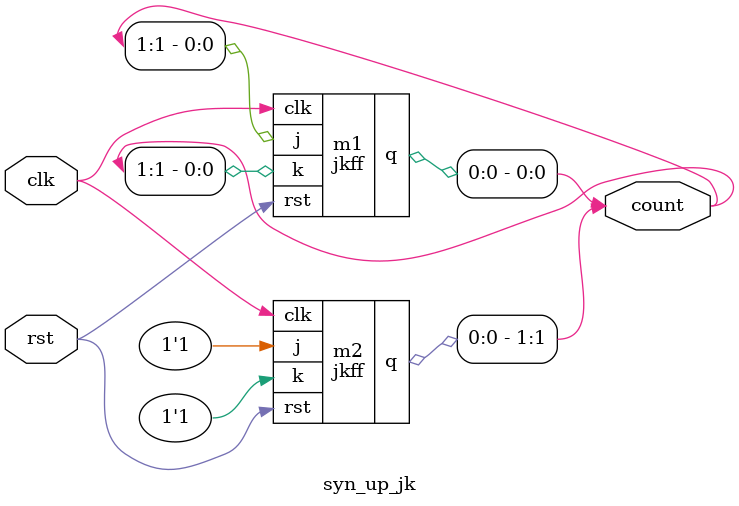
<source format=v>
module jkff(j,k,clk,rst,q,qb);
input j,k,clk,rst;
output reg q;
output qb;
assign qb=~q;
always@(posedge clk or posedge rst)
begin
	if(rst)begin
		q<=0;
	end
	else
	begin
		case({j,k})
			2'b00:q<=q;
			2'b01:q<=1'b1;
			2'b10:q<=1'b0;
			2'b11:q<=qb;
		endcase
	end
end
endmodule

module syn_up_jk(input clk,rst,
output wire [1:0]count
);

jkff m1(.clk(clk),.rst(rst),.j(count[1]),.k(count[1]),.q(count[0]));
jkff m2(.clk(clk),.rst(rst),.j(1'b1),.k(1'b1),.q(count[1]));
endmodule

</source>
